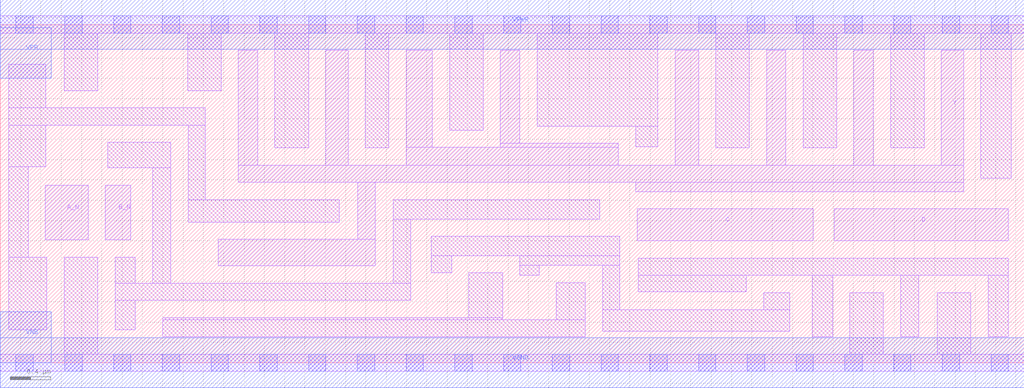
<source format=lef>
# Copyright 2020 The SkyWater PDK Authors
#
# Licensed under the Apache License, Version 2.0 (the "License");
# you may not use this file except in compliance with the License.
# You may obtain a copy of the License at
#
#     https://www.apache.org/licenses/LICENSE-2.0
#
# Unless required by applicable law or agreed to in writing, software
# distributed under the License is distributed on an "AS IS" BASIS,
# WITHOUT WARRANTIES OR CONDITIONS OF ANY KIND, either express or implied.
# See the License for the specific language governing permissions and
# limitations under the License.
#
# SPDX-License-Identifier: Apache-2.0

VERSION 5.5 ;
NAMESCASESENSITIVE ON ;
BUSBITCHARS "[]" ;
DIVIDERCHAR "/" ;
MACRO sky130_fd_sc_lp__nand4bb_4
  CLASS CORE ;
  SOURCE USER ;
  ORIGIN  0.000000  0.000000 ;
  SIZE  10.08000 BY  3.330000 ;
  SYMMETRY X Y R90 ;
  SITE unit ;
  PIN A_N
    ANTENNAGATEAREA  0.315000 ;
    DIRECTION INPUT ;
    USE SIGNAL ;
    PORT
      LAYER li1 ;
        RECT 0.445000 1.210000 0.865000 1.750000 ;
    END
  END A_N
  PIN B_N
    ANTENNAGATEAREA  0.315000 ;
    DIRECTION INPUT ;
    USE SIGNAL ;
    PORT
      LAYER li1 ;
        RECT 1.035000 1.210000 1.285000 1.750000 ;
    END
  END B_N
  PIN C
    ANTENNAGATEAREA  1.260000 ;
    DIRECTION INPUT ;
    USE SIGNAL ;
    PORT
      LAYER li1 ;
        RECT 6.270000 1.200000 8.005000 1.515000 ;
    END
  END C
  PIN D
    ANTENNAGATEAREA  1.260000 ;
    DIRECTION INPUT ;
    USE SIGNAL ;
    PORT
      LAYER li1 ;
        RECT 8.210000 1.200000 9.925000 1.515000 ;
    END
  END D
  PIN Y
    ANTENNADIFFAREA  3.292800 ;
    DIRECTION OUTPUT ;
    USE SIGNAL ;
    PORT
      LAYER li1 ;
        RECT 2.145000 0.955000 3.690000 1.215000 ;
        RECT 2.345000 1.775000 9.485000 1.945000 ;
        RECT 2.345000 1.945000 2.535000 3.075000 ;
        RECT 3.205000 1.945000 3.425000 3.075000 ;
        RECT 3.520000 1.215000 3.690000 1.775000 ;
        RECT 3.995000 1.945000 6.085000 2.120000 ;
        RECT 3.995000 2.120000 4.255000 3.075000 ;
        RECT 4.925000 2.120000 6.085000 2.160000 ;
        RECT 4.925000 2.160000 5.115000 3.075000 ;
        RECT 6.255000 1.685000 9.485000 1.775000 ;
        RECT 6.645000 1.945000 6.875000 3.075000 ;
        RECT 7.545000 1.945000 7.735000 3.075000 ;
        RECT 8.405000 1.945000 8.595000 3.075000 ;
        RECT 9.265000 1.945000 9.485000 3.075000 ;
    END
  END Y
  PIN VGND
    DIRECTION INOUT ;
    USE GROUND ;
    PORT
      LAYER met1 ;
        RECT 0.000000 -0.245000 10.080000 0.245000 ;
    END
  END VGND
  PIN VNB
    DIRECTION INOUT ;
    USE GROUND ;
    PORT
      LAYER met1 ;
        RECT 0.000000 0.000000 0.500000 0.500000 ;
    END
  END VNB
  PIN VPB
    DIRECTION INOUT ;
    USE POWER ;
    PORT
      LAYER met1 ;
        RECT 0.000000 2.800000 0.500000 3.300000 ;
    END
  END VPB
  PIN VPWR
    DIRECTION INOUT ;
    USE POWER ;
    PORT
      LAYER met1 ;
        RECT 0.000000 3.085000 10.080000 3.575000 ;
    END
  END VPWR
  OBS
    LAYER li1 ;
      RECT 0.000000 -0.085000 10.080000 0.085000 ;
      RECT 0.000000  3.245000 10.080000 3.415000 ;
      RECT 0.085000  0.325000  0.460000 1.040000 ;
      RECT 0.085000  1.040000  0.275000 1.930000 ;
      RECT 0.085000  1.930000  0.450000 2.340000 ;
      RECT 0.085000  2.340000  2.020000 2.510000 ;
      RECT 0.085000  2.510000  0.450000 2.940000 ;
      RECT 0.630000  0.085000  0.960000 1.040000 ;
      RECT 0.630000  2.680000  0.960000 3.245000 ;
      RECT 1.060000  1.920000  1.680000 2.170000 ;
      RECT 1.130000  0.325000  1.330000 0.615000 ;
      RECT 1.130000  0.615000  4.040000 0.785000 ;
      RECT 1.130000  0.785000  1.330000 1.040000 ;
      RECT 1.500000  0.785000  1.680000 1.920000 ;
      RECT 1.600000  0.255000  5.760000 0.425000 ;
      RECT 1.600000  0.425000  4.945000 0.445000 ;
      RECT 1.845000  2.680000  2.175000 3.245000 ;
      RECT 1.850000  1.385000  3.340000 1.605000 ;
      RECT 1.850000  1.605000  2.020000 2.340000 ;
      RECT 2.705000  2.115000  3.035000 3.245000 ;
      RECT 3.595000  2.115000  3.825000 3.245000 ;
      RECT 3.870000  0.785000  4.040000 1.415000 ;
      RECT 3.870000  1.415000  5.900000 1.605000 ;
      RECT 4.245000  0.885000  4.445000 1.055000 ;
      RECT 4.245000  1.055000  6.100000 1.245000 ;
      RECT 4.425000  2.290000  4.755000 3.245000 ;
      RECT 4.615000  0.445000  4.945000 0.885000 ;
      RECT 5.115000  0.860000  5.305000 0.960000 ;
      RECT 5.115000  0.960000  6.100000 1.055000 ;
      RECT 5.285000  2.330000  6.475000 3.245000 ;
      RECT 5.475000  0.425000  5.760000 0.790000 ;
      RECT 5.930000  0.310000  7.775000 0.520000 ;
      RECT 5.930000  0.520000  6.100000 0.960000 ;
      RECT 6.255000  2.125000  6.475000 2.330000 ;
      RECT 6.280000  0.700000  7.345000 0.860000 ;
      RECT 6.280000  0.860000  9.925000 1.030000 ;
      RECT 7.045000  2.115000  7.375000 3.245000 ;
      RECT 7.515000  0.520000  7.775000 0.690000 ;
      RECT 7.905000  2.115000  8.235000 3.245000 ;
      RECT 7.995000  0.255000  8.195000 0.860000 ;
      RECT 8.365000  0.085000  8.695000 0.690000 ;
      RECT 8.765000  2.115000  9.095000 3.245000 ;
      RECT 8.865000  0.255000  9.045000 0.860000 ;
      RECT 9.225000  0.085000  9.555000 0.690000 ;
      RECT 9.655000  1.815000  9.955000 3.245000 ;
      RECT 9.725000  0.255000  9.925000 0.860000 ;
    LAYER mcon ;
      RECT 0.155000 -0.085000 0.325000 0.085000 ;
      RECT 0.155000  3.245000 0.325000 3.415000 ;
      RECT 0.635000 -0.085000 0.805000 0.085000 ;
      RECT 0.635000  3.245000 0.805000 3.415000 ;
      RECT 1.115000 -0.085000 1.285000 0.085000 ;
      RECT 1.115000  3.245000 1.285000 3.415000 ;
      RECT 1.595000 -0.085000 1.765000 0.085000 ;
      RECT 1.595000  3.245000 1.765000 3.415000 ;
      RECT 2.075000 -0.085000 2.245000 0.085000 ;
      RECT 2.075000  3.245000 2.245000 3.415000 ;
      RECT 2.555000 -0.085000 2.725000 0.085000 ;
      RECT 2.555000  3.245000 2.725000 3.415000 ;
      RECT 3.035000 -0.085000 3.205000 0.085000 ;
      RECT 3.035000  3.245000 3.205000 3.415000 ;
      RECT 3.515000 -0.085000 3.685000 0.085000 ;
      RECT 3.515000  3.245000 3.685000 3.415000 ;
      RECT 3.995000 -0.085000 4.165000 0.085000 ;
      RECT 3.995000  3.245000 4.165000 3.415000 ;
      RECT 4.475000 -0.085000 4.645000 0.085000 ;
      RECT 4.475000  3.245000 4.645000 3.415000 ;
      RECT 4.955000 -0.085000 5.125000 0.085000 ;
      RECT 4.955000  3.245000 5.125000 3.415000 ;
      RECT 5.435000 -0.085000 5.605000 0.085000 ;
      RECT 5.435000  3.245000 5.605000 3.415000 ;
      RECT 5.915000 -0.085000 6.085000 0.085000 ;
      RECT 5.915000  3.245000 6.085000 3.415000 ;
      RECT 6.395000 -0.085000 6.565000 0.085000 ;
      RECT 6.395000  3.245000 6.565000 3.415000 ;
      RECT 6.875000 -0.085000 7.045000 0.085000 ;
      RECT 6.875000  3.245000 7.045000 3.415000 ;
      RECT 7.355000 -0.085000 7.525000 0.085000 ;
      RECT 7.355000  3.245000 7.525000 3.415000 ;
      RECT 7.835000 -0.085000 8.005000 0.085000 ;
      RECT 7.835000  3.245000 8.005000 3.415000 ;
      RECT 8.315000 -0.085000 8.485000 0.085000 ;
      RECT 8.315000  3.245000 8.485000 3.415000 ;
      RECT 8.795000 -0.085000 8.965000 0.085000 ;
      RECT 8.795000  3.245000 8.965000 3.415000 ;
      RECT 9.275000 -0.085000 9.445000 0.085000 ;
      RECT 9.275000  3.245000 9.445000 3.415000 ;
      RECT 9.755000 -0.085000 9.925000 0.085000 ;
      RECT 9.755000  3.245000 9.925000 3.415000 ;
  END
END sky130_fd_sc_lp__nand4bb_4
END LIBRARY

</source>
